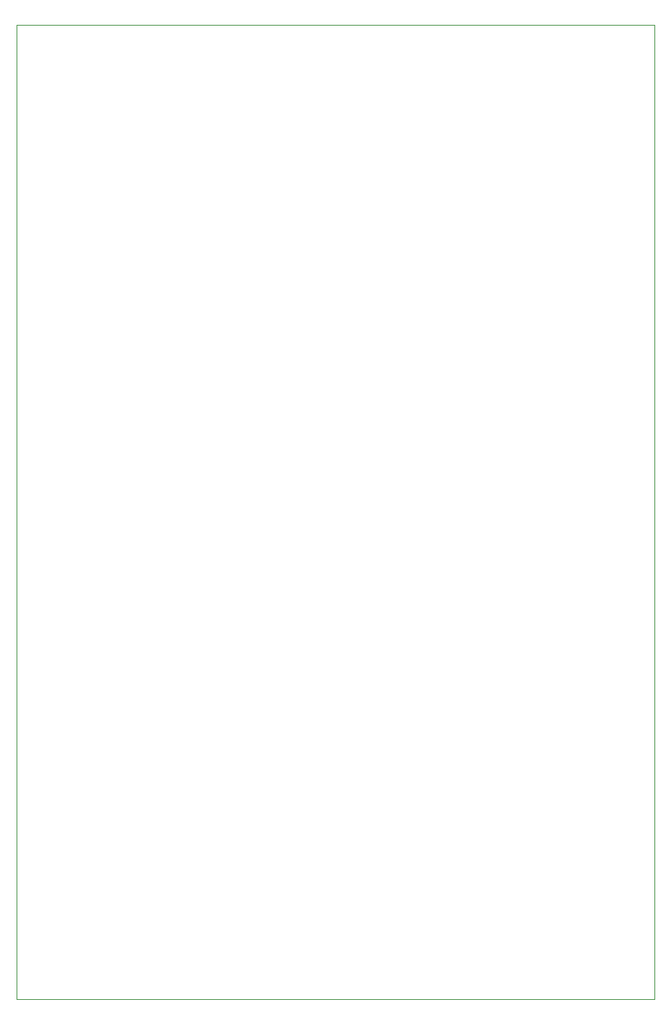
<source format=gbr>
%TF.GenerationSoftware,KiCad,Pcbnew,(6.0.9)*%
%TF.CreationDate,2022-11-24T15:29:20-03:00*%
%TF.ProjectId,main,6d61696e-2e6b-4696-9361-645f70636258,rev?*%
%TF.SameCoordinates,Original*%
%TF.FileFunction,Profile,NP*%
%FSLAX46Y46*%
G04 Gerber Fmt 4.6, Leading zero omitted, Abs format (unit mm)*
G04 Created by KiCad (PCBNEW (6.0.9)) date 2022-11-24 15:29:20*
%MOMM*%
%LPD*%
G01*
G04 APERTURE LIST*
%TA.AperFunction,Profile*%
%ADD10C,0.100000*%
%TD*%
G04 APERTURE END LIST*
D10*
X12827000Y-192024000D02*
X84582000Y-192024000D01*
X84582000Y-192024000D02*
X84582000Y-82550000D01*
X84582000Y-82550000D02*
X12827000Y-82550000D01*
X12827000Y-82550000D02*
X12827000Y-192024000D01*
M02*

</source>
